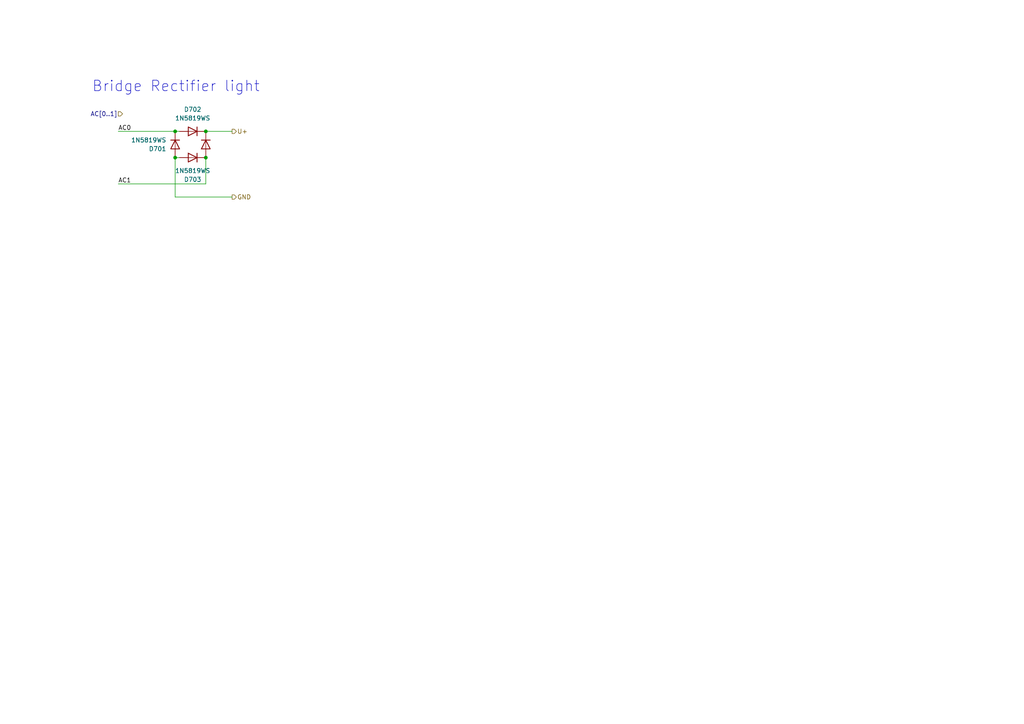
<source format=kicad_sch>
(kicad_sch (version 20231120) (generator "eeschema") (generator_version "7.99")
  (paper "A4")
  (lib_symbols
    (symbol "Device:D" (pin_numbers hide) (pin_names (offset 1.016) hide)
      (property "Reference" "D" (at 0 2.54 0))
      (property "Value" "D" (at 0 -2.54 0))
      (symbol "D_0_1"
        (polyline (pts (xy -1.27 1.27) (xy -1.27 -1.27)) (stroke (width 0.254)))
        (polyline (pts (xy 1.27 0) (xy -1.27 0)))
        (polyline (pts (xy 1.27 1.27) (xy 1.27 -1.27) (xy -1.27 0) (xy 1.27 1.27)) (stroke (width 0.254)))
      )
      (symbol "D_1_1"
        (pin passive line (at -3.81 0 0) (length 2.54) (name "K") (number "1"))
        (pin passive line (at 3.81 0 180) (length 2.54) (name "A") (number "2"))
      )
    )
  )
  (junction (at 59.69 38.1))
  (junction (at 50.8 45.72))
  (junction (at 50.8 38.1))
  (junction (at 59.69 45.72))
  (wire (pts (xy 50.8 45.72) (xy 50.8 57.15)))
  (wire (pts (xy 59.69 38.1) (xy 67.31 38.1)))
  (wire (pts (xy 50.8 38.1) (xy 52.07 38.1)))
  (wire (pts (xy 59.69 45.72) (xy 59.69 53.34)))
  (wire (pts (xy 34.29 53.34) (xy 59.69 53.34)))
  (wire (pts (xy 52.07 45.72) (xy 50.8 45.72)))
  (wire (pts (xy 67.31 57.15) (xy 50.8 57.15)))
  (wire (pts (xy 34.29 38.1) (xy 50.8 38.1)))
  (text "Bridge Rectifier light" (at 51.054 25.146 0) (effects (font (size 3.048 3.048))))
  (label "AC1" (at 34.29 53.34 0))
  (label "AC0" (at 34.29 38.1 0))
  (hierarchical_label "GND" (shape output) (at 67.31 57.15 0))
  (hierarchical_label "U+" (shape output) (at 67.31 38.1 0))
  (hierarchical_label "AC[0..1]" (shape input) (at 35.56 33.02 180))
  (symbol (lib_id "Device:D") (at 50.8 41.91 270) (unit 1)
    (property "Reference" "D701" (at 48.26 43.18 90) (effects (justify right)))
    (property "Value" "1N5819WS" (at 48.26 40.64 90) (effects (justify right)))
    (property "Footprint" "Diode_SMD:D_SOD-323" (effects (hide yes)))
    (property "Description" "Diode" (effects (hide yes)))
    (property "Sim.Device" "D" (effects (hide yes)))
    (property "Sim.Pins" "1=K 2=A" (effects (hide yes)))
    (property "LCSC" "C191023" (effects (hide yes)))
  )
  (symbol (lib_id "Device:D") (at 55.88 38.1 180) (unit 1)
    (property "Reference" "D702" (at 55.88 31.75 0))
    (property "Value" "1N5819WS" (at 55.88 34.29 0))
    (property "Footprint" "Diode_SMD:D_SOD-323" (effects (hide yes)))
    (property "Description" "Diode" (effects (hide yes)))
    (property "Sim.Device" "D" (effects (hide yes)))
    (property "Sim.Pins" "1=K 2=A" (effects (hide yes)))
    (property "LCSC" "C191023" (effects (hide yes)))
  )
  (symbol (lib_id "Device:D") (at 55.88 45.72 0) (mirror y) (unit 1)
    (property "Reference" "D703" (at 55.88 52.07 0))
    (property "Value" "1N5819WS" (at 55.88 49.53 0))
    (property "Footprint" "Diode_SMD:D_SOD-323" (effects (hide yes)))
    (property "Description" "Diode" (effects (hide yes)))
    (property "Sim.Device" "D" (effects (hide yes)))
    (property "Sim.Pins" "1=K 2=A" (effects (hide yes)))
    (property "LCSC" "C191023" (effects (hide yes)))
  )
  (symbol (lib_id "Device:D") (at 59.69 41.91 90) (mirror x) (unit 1)
    (property "Reference" "D704" (effects (hide yes)))
    (property "Value" "1N5819WS" (effects (hide yes)))
    (property "Footprint" "Diode_SMD:D_SOD-323" (effects (hide yes)))
    (property "Description" "Diode" (effects (hide yes)))
    (property "Sim.Device" "D" (effects (hide yes)))
    (property "Sim.Pins" "1=K 2=A" (effects (hide yes)))
    (property "LCSC" "C191023" (effects (hide yes)))
  )
)
</source>
